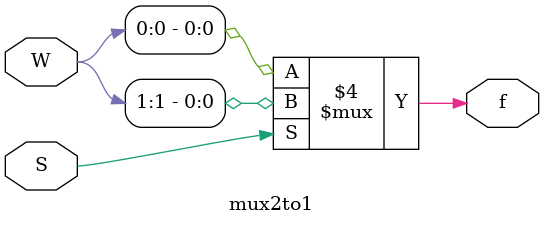
<source format=v>
module ques3(a,b,c,s,f);
    input a,b,c;
    output f,s;
    wire [0:1]W1;
    wire [0:1]W2;
    wire [0:1]W3;
    wire g1;
    wire g2;
    wire g3;
    assign W1 = {a, ~a};
    assign W2 = {1'b0, a};
    assign W3 = {a, 1'b1};
    mux2to1 m1(W1,b, g1);
    mux2to1 m2({g1, ~g1},c, s);
    mux2to1 m3(W2,b, g2);
    mux2to1 m4(W3,b,g3);
    mux2to1 m5({g2,g3},c,f);
endmodule

module mux2to1(W,S,f);
    input [0:1]W;
    input S;
    output reg f;
    always@(W or S)
        if(S==0)
            f = W[0];
        else 
            f = W[1];
endmodule
</source>
